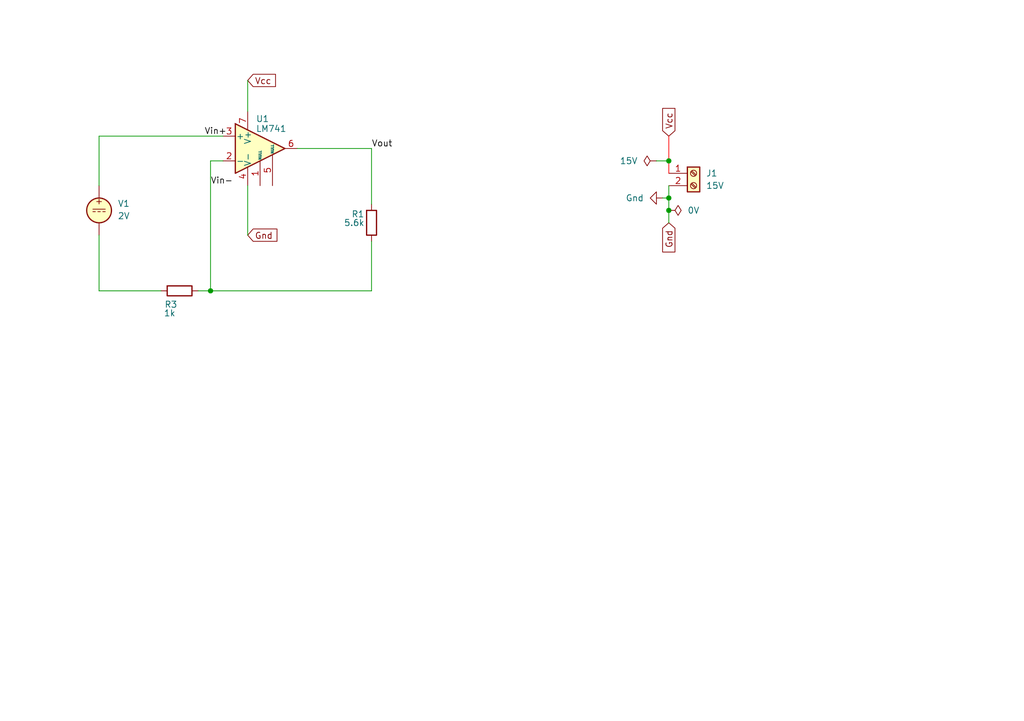
<source format=kicad_sch>
(kicad_sch (version 20250114) (generator "eeschema") (generator_version "9.0")
  (paper "A5")
  (lib_symbols
    (symbol "Amplifier_Operational:LM741" (pin_names (offset 0.127))
      (property "Reference" "U" (at 0 6.35 0))
      (property "Value" "LM741" (at 0 3.81 0))
      (symbol "LM741_0_1"
        (polyline (pts (xy -5.08 5.08) (xy 5.08 0) (xy -5.08 -5.08) (xy -5.08 5.08)) (stroke (width 0.254)) (fill (type background)))
      )
      (symbol "LM741_1_1"
        (pin input line (at -7.62 2.54 0) (length 2.54) (name "+") (number "3"))
        (pin input line (at -7.62 -2.54 0) (length 2.54) (name "-") (number "2"))
        (pin power_in line (at -2.54 7.62 270) (length 3.81) (name "V+") (number "7"))
        (pin power_in line (at -2.54 -7.62 90) (length 3.81) (name "V-") (number "4"))
        (pin no_connect line (at 0 2.54 270) (length 2.54) (hide yes) (name "NC") (number "8"))
        (pin input line (at 0 -7.62 90) (length 5.08) (name "NULL") (number "1"))
        (pin input line (at 2.54 -7.62 90) (length 6.35) (name "NULL") (number "5"))
        (pin output line (at 7.62 0 180) (length 2.54) (name "~") (number "6"))
      )
    )
    (symbol "Connector:Screw_Terminal_01x02" (pin_names (offset 1.016) (hide yes))
      (property "Reference" "J" (at 0 2.54 0))
      (property "Value" "Screw_Terminal_01x02" (at 0 -5.08 0))
      (symbol "Screw_Terminal_01x02_1_1"
        (rectangle (start -1.27 1.27) (end 1.27 -3.81) (stroke (width 0.254)) (fill (type background)))
        (polyline (pts (xy -0.5334 0.3302) (xy 0.3302 -0.508)) (stroke (width 0.1524)))
        (polyline (pts (xy -0.5334 -2.2098) (xy 0.3302 -3.048)) (stroke (width 0.1524)))
        (polyline (pts (xy -0.3556 0.508) (xy 0.508 -0.3302)) (stroke (width 0.1524)))
        (polyline (pts (xy -0.3556 -2.032) (xy 0.508 -2.8702)) (stroke (width 0.1524)))
        (circle (center 0 0) (radius 0.635) (stroke (width 0.1524)))
        (circle (center 0 -2.54) (radius 0.635) (stroke (width 0.1524)))
        (pin passive line (at -5.08 0 0) (length 3.81) (name "Pin_1") (number "1"))
        (pin passive line (at -5.08 -2.54 0) (length 3.81) (name "Pin_2") (number "2"))
      )
    )
    (symbol "Device:R" (pin_numbers (hide yes)) (pin_names (offset 0))
      (property "Reference" "R" (at 2.032 0 90))
      (property "Value" "R" (at 0 0 90))
      (symbol "R_0_1"
        (rectangle (start -1.016 -2.54) (end 1.016 2.54) (stroke (width 0.254)))
      )
      (symbol "R_1_1"
        (pin passive line (at 0 3.81 270) (length 1.27) (name "~") (number "1"))
        (pin passive line (at 0 -3.81 90) (length 1.27) (name "~") (number "2"))
      )
    )
    (symbol "Simulation_SPICE:VDC" (pin_numbers (hide yes)) (pin_names (offset 0.0254))
      (property "Reference" "V" (at 2.54 2.54 0))
      (property "Value" "1" (at 2.54 0 0))
      (symbol "VDC_0_0"
        (polyline (pts (xy -1.27 0.254) (xy 1.27 0.254)))
        (polyline (pts (xy -0.762 -0.254) (xy -1.27 -0.254)))
        (polyline (pts (xy 0.254 -0.254) (xy -0.254 -0.254)))
        (polyline (pts (xy 1.27 -0.254) (xy 0.762 -0.254)))
        (text "+" (at 0 1.905 0) (effects (font (size 1.27 1.27))))
      )
      (symbol "VDC_0_1"
        (circle (center 0 0) (radius 2.54) (stroke (width 0.254)) (fill (type background)))
      )
      (symbol "VDC_1_1"
        (pin passive line (at 0 5.08 270) (length 2.54) (name "~") (number "1"))
        (pin passive line (at 0 -5.08 90) (length 2.54) (name "~") (number "2"))
      )
    )
    (symbol "power:GND" (power) (pin_numbers (hide yes)) (pin_names (offset 0) (hide yes))
      (property "Value" "GND" (at 0 -3.81 0))
      (symbol "GND_0_1"
        (polyline (pts (xy 0 0) (xy 0 -1.27) (xy 1.27 -1.27) (xy 0 -2.54) (xy -1.27 -1.27) (xy 0 -1.27)))
      )
      (symbol "GND_1_1"
        (pin power_in line (at 0 0 270) (length 0) (name "~") (number "1"))
      )
    )
    (symbol "power:PWR_FLAG" (power) (pin_numbers (hide yes)) (pin_names (offset 0) (hide yes))
      (property "Value" "PWR_FLAG" (at 0 3.81 0))
      (symbol "PWR_FLAG_0_0"
        (pin power_out line (at 0 0 90) (length 0) (name "~") (number "1"))
      )
      (symbol "PWR_FLAG_0_1"
        (polyline (pts (xy 0 0) (xy 0 1.27) (xy -1.016 1.905) (xy 0 2.54) (xy 1.016 1.905) (xy 0 1.27)))
      )
    )
  )
  (junction (at 43.18 59.69))
  (junction (at 137.16 33.02))
  (junction (at 137.16 40.64))
  (junction (at 137.16 43.18))
  (wire (pts (xy 137.16 38.1) (xy 137.16 40.64)))
  (wire (pts (xy 50.8 48.26) (xy 50.8 38.1)))
  (wire (pts (xy 20.32 48.26) (xy 20.32 59.69)))
  (wire (pts (xy 137.16 27.94) (xy 137.16 33.02)) (stroke (width 0) (color 255 0 0 1)))
  (wire (pts (xy 20.32 27.94) (xy 45.72 27.94)))
  (wire (pts (xy 137.16 43.18) (xy 137.16 45.72)))
  (wire (pts (xy 137.16 40.64) (xy 137.16 43.18)))
  (wire (pts (xy 43.18 59.69) (xy 76.2 59.69)))
  (wire (pts (xy 20.32 27.94) (xy 20.32 38.1)))
  (wire (pts (xy 20.32 59.69) (xy 33.02 59.69)))
  (wire (pts (xy 43.18 33.02) (xy 45.72 33.02)))
  (wire (pts (xy 134.62 33.02) (xy 137.16 33.02)))
  (wire (pts (xy 137.16 35.56) (xy 137.16 33.02)) (stroke (width 0) (color 255 0 0 1)))
  (wire (pts (xy 50.8 16.51) (xy 50.8 22.86)))
  (wire (pts (xy 40.64 59.69) (xy 43.18 59.69)))
  (wire (pts (xy 76.2 30.48) (xy 76.2 41.91)))
  (wire (pts (xy 135.89 40.64) (xy 137.16 40.64)))
  (wire (pts (xy 60.96 30.48) (xy 76.2 30.48)))
  (wire (pts (xy 76.2 49.53) (xy 76.2 59.69)))
  (wire (pts (xy 43.18 59.69) (xy 43.18 33.02)))
  (label "Vin-" (at 43.18 38.1 0))
  (label "Vout" (at 76.2 30.48 0))
  (label "Vin+" (at 41.91 27.94 0))
  (global_label "Gnd" (shape input) (at 50.8 48.26 0) (property "Intersheetrefs" "${INTERSHEET_REFS}" (effects (hide yes))))
  (global_label "Vcc" (shape input) (at 137.16 27.94 90) (property "Intersheetrefs" "${INTERSHEET_REFS}" (effects (hide yes))))
  (global_label "Vcc" (shape input) (at 50.8 16.51 0) (property "Intersheetrefs" "${INTERSHEET_REFS}" (effects (hide yes))))
  (global_label "Gnd" (shape input) (at 137.16 45.72 270) (property "Intersheetrefs" "${INTERSHEET_REFS}" (effects (hide yes))))
  (symbol (lib_id "Device:R") (at 36.83 59.69 270) (unit 1)
    (property "Reference" "R3" (at 35.052 62.484 90))
    (property "Value" "1k" (at 34.798 64.262 90))
    (property "Description" "Resistor" (effects (hide yes)))
  )
  (symbol (lib_id "Connector:Screw_Terminal_01x02") (at 142.24 35.56 0) (unit 1)
    (property "Reference" "J1" (at 144.78 35.5599 0) (effects (justify left)))
    (property "Value" "15V" (at 144.78 38.0999 0) (effects (justify left)))
    (property "Footprint" "TerminalBlock:TerminalBlock_Xinya_XY308-2.54-2P_1x02_P2.54mm_Horizontal" (effects (hide yes)))
    (property "Description" "Generic screw terminal, single row, 01x02, script generated (kicad-library-utils/schlib/autogen/connector/)" (effects (hide yes)))
    (property "Sim.Device" "V" (effects (hide yes)))
    (property "Sim.Type" "DC" (effects (hide yes)))
    (property "Sim.Pins" "1=+ 2=-" (effects (hide yes)))
  )
  (symbol (lib_id "power:GND") (at 135.89 40.64 270) (unit 1)
    (property "Reference" "#PWR03" (effects (hide yes)))
    (property "Value" "Gnd" (at 132.08 40.6399 90) (effects (justify right)))
    (property "Description" "Power symbol creates a global label with name \"GND\" , ground" (effects (hide yes)))
  )
  (symbol (lib_id "power:PWR_FLAG") (at 137.16 43.18 270) (unit 1)
    (property "Reference" "#FLG02" (effects (hide yes)))
    (property "Value" "0V" (at 140.97 43.1799 90) (effects (justify left)))
    (property "Description" "Special symbol for telling ERC where power comes from" (effects (hide yes)))
  )
  (symbol (lib_id "Amplifier_Operational:LM741") (at 53.34 30.48 0) (unit 1)
    (property "Reference" "U1" (at 53.848 24.384 0))
    (property "Value" "LM741" (at 55.626 26.416 0))
    (property "Datasheet" "http://www.ti.com/lit/ds/symlink/lm741.pdf" (effects (hide yes)))
    (property "Description" "Operational Amplifier, DIP-8/TO-99-8" (effects (hide yes)))
    (property "Sim.Library" "/home/kjetil/kicad/lm741.lib" (effects (hide yes)))
    (property "Sim.Name" "LM741" (effects (hide yes)))
    (property "Sim.Device" "SUBCKT" (effects (hide yes)))
    (property "Sim.Pins" "1=1 2=2 3=99 4=50 5=28" (effects (hide yes)))
  )
  (symbol (lib_id "Simulation_SPICE:VDC") (at 20.32 43.18 0) (unit 1)
    (property "Reference" "V1" (at 24.13 41.7801 0) (effects (justify left)))
    (property "Value" "2V" (at 24.13 44.3201 0) (effects (justify left)))
    (property "Datasheet" "https://ngspice.sourceforge.io/docs/ngspice-html-manual/manual.xhtml#sec_Independent_Sources_for" (effects (hide yes)))
    (property "Description" "Voltage source, DC" (effects (hide yes)))
    (property "Sim.Pins" "1=+ 2=-" (effects (hide yes)))
    (property "Sim.Type" "DC" (effects (hide yes)))
    (property "Sim.Device" "V" (effects (hide yes)))
  )
  (symbol (lib_id "Device:R") (at 76.2 45.72 180) (unit 1)
    (property "Reference" "R1" (at 73.406 43.942 0))
    (property "Value" "5.6k" (at 72.644 45.72 0))
    (property "Description" "Resistor" (effects (hide yes)))
  )
  (symbol (lib_id "power:PWR_FLAG") (at 134.62 33.02 90) (unit 1)
    (property "Reference" "#FLG01" (effects (hide yes)))
    (property "Value" "15V" (at 130.81 33.0199 90) (effects (justify left)))
    (property "Description" "Special symbol for telling ERC where power comes from" (effects (hide yes)))
  )
)
</source>
